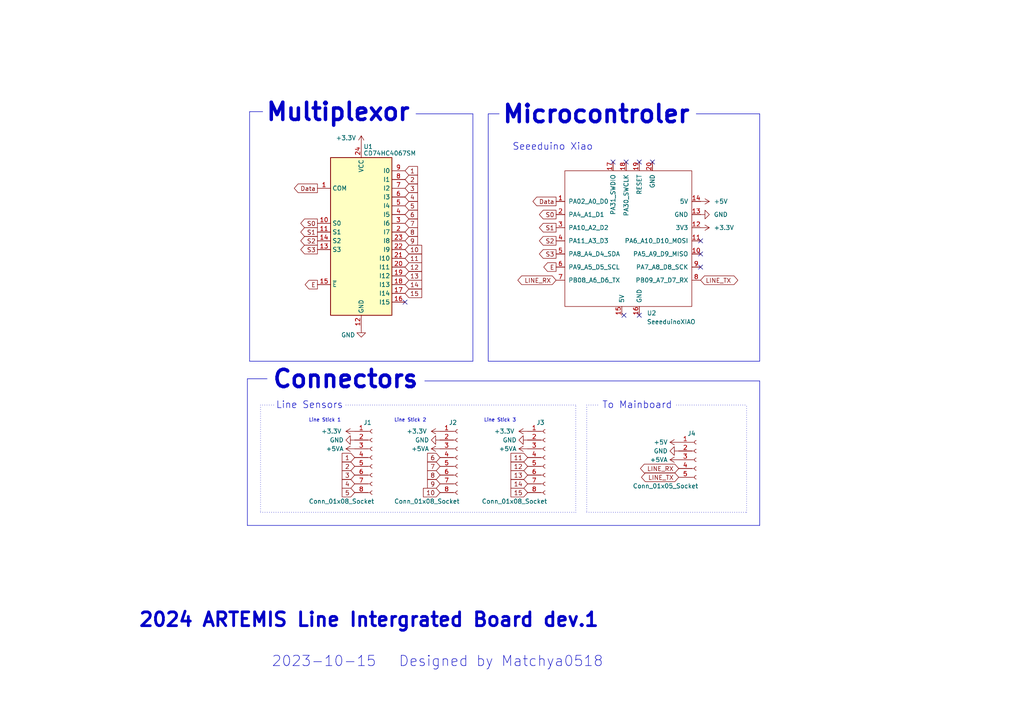
<source format=kicad_sch>
(kicad_sch (version 20230121) (generator eeschema)
  (paper "A4")
  (lib_symbols
    (symbol "74xx:CD74HC4067SM"
      (property "Reference" "U" (at -8.89 22.86 0))
      (property "Value" "CD74HC4067SM" (at 1.27 22.86 0))
      (symbol "CD74HC4067SM_0_1"
        (rectangle (start -8.89 21.59) (end 8.89 -24.13) (stroke (width 0.254)) (fill (type background)))
      )
      (symbol "CD74HC4067SM_1_1"
        (pin passive line (at -12.7 12.7 0) (length 3.81) (name "COM") (number "1"))
        (pin input line (at -12.7 2.54 0) (length 3.81) (name "S0") (number "10"))
        (pin input line (at -12.7 0 0) (length 3.81) (name "S1") (number "11"))
        (pin power_in line (at 0 -27.94 90) (length 3.81) (name "GND") (number "12"))
        (pin input line (at -12.7 -5.08 0) (length 3.81) (name "S3") (number "13"))
        (pin input line (at -12.7 -2.54 0) (length 3.81) (name "S2") (number "14"))
        (pin input line (at -12.7 -15.24 0) (length 3.81) (name "~{E}") (number "15"))
        (pin passive line (at 12.7 -20.32 180) (length 3.81) (name "I15") (number "16"))
        (pin passive line (at 12.7 -17.78 180) (length 3.81) (name "I14") (number "17"))
        (pin passive line (at 12.7 -15.24 180) (length 3.81) (name "I13") (number "18"))
        (pin passive line (at 12.7 -12.7 180) (length 3.81) (name "I12") (number "19"))
        (pin passive line (at 12.7 0 180) (length 3.81) (name "I7") (number "2"))
        (pin passive line (at 12.7 -10.16 180) (length 3.81) (name "I11") (number "20"))
        (pin passive line (at 12.7 -7.62 180) (length 3.81) (name "I10") (number "21"))
        (pin passive line (at 12.7 -5.08 180) (length 3.81) (name "I9") (number "22"))
        (pin passive line (at 12.7 -2.54 180) (length 3.81) (name "I8") (number "23"))
        (pin power_in line (at 0 25.4 270) (length 3.81) (name "VCC") (number "24"))
        (pin passive line (at 12.7 2.54 180) (length 3.81) (name "I6") (number "3"))
        (pin passive line (at 12.7 5.08 180) (length 3.81) (name "I5") (number "4"))
        (pin passive line (at 12.7 7.62 180) (length 3.81) (name "I4") (number "5"))
        (pin passive line (at 12.7 10.16 180) (length 3.81) (name "I3") (number "6"))
        (pin passive line (at 12.7 12.7 180) (length 3.81) (name "I2") (number "7"))
        (pin passive line (at 12.7 15.24 180) (length 3.81) (name "I1") (number "8"))
        (pin passive line (at 12.7 17.78 180) (length 3.81) (name "I0") (number "9"))
      )
    )
    (symbol "Connector:Conn_01x05_Socket" (pin_names (offset 1.016) hide)
      (property "Reference" "J" (at 0 7.62 0))
      (property "Value" "Conn_01x05_Socket" (at 0 -7.62 0))
      (symbol "Conn_01x05_Socket_1_1"
        (arc (start 0 -4.572) (mid -0.5058 -5.08) (end 0 -5.588) (stroke (width 0.1524)))
        (arc (start 0 -2.032) (mid -0.5058 -2.54) (end 0 -3.048) (stroke (width 0.1524)))
        (polyline (pts (xy -1.27 -5.08) (xy -0.508 -5.08)) (stroke (width 0.1524)))
        (polyline (pts (xy -1.27 -2.54) (xy -0.508 -2.54)) (stroke (width 0.1524)))
        (polyline (pts (xy -1.27 0) (xy -0.508 0)) (stroke (width 0.1524)))
        (polyline (pts (xy -1.27 2.54) (xy -0.508 2.54)) (stroke (width 0.1524)))
        (polyline (pts (xy -1.27 5.08) (xy -0.508 5.08)) (stroke (width 0.1524)))
        (arc (start 0 0.508) (mid -0.5058 0) (end 0 -0.508) (stroke (width 0.1524)))
        (arc (start 0 3.048) (mid -0.5058 2.54) (end 0 2.032) (stroke (width 0.1524)))
        (arc (start 0 5.588) (mid -0.5058 5.08) (end 0 4.572) (stroke (width 0.1524)))
        (pin passive line (at -5.08 5.08 0) (length 3.81) (name "Pin_1") (number "1"))
        (pin passive line (at -5.08 2.54 0) (length 3.81) (name "Pin_2") (number "2"))
        (pin passive line (at -5.08 0 0) (length 3.81) (name "Pin_3") (number "3"))
        (pin passive line (at -5.08 -2.54 0) (length 3.81) (name "Pin_4") (number "4"))
        (pin passive line (at -5.08 -5.08 0) (length 3.81) (name "Pin_5") (number "5"))
      )
    )
    (symbol "Connector:Conn_01x08_Socket" (pin_names (offset 1.016) hide)
      (property "Reference" "J" (at 0 10.16 0))
      (property "Value" "Conn_01x08_Socket" (at 0 -12.7 0))
      (symbol "Conn_01x08_Socket_1_1"
        (arc (start 0 -9.652) (mid -0.5058 -10.16) (end 0 -10.668) (stroke (width 0.1524)))
        (arc (start 0 -7.112) (mid -0.5058 -7.62) (end 0 -8.128) (stroke (width 0.1524)))
        (arc (start 0 -4.572) (mid -0.5058 -5.08) (end 0 -5.588) (stroke (width 0.1524)))
        (arc (start 0 -2.032) (mid -0.5058 -2.54) (end 0 -3.048) (stroke (width 0.1524)))
        (polyline (pts (xy -1.27 -10.16) (xy -0.508 -10.16)) (stroke (width 0.1524)))
        (polyline (pts (xy -1.27 -7.62) (xy -0.508 -7.62)) (stroke (width 0.1524)))
        (polyline (pts (xy -1.27 -5.08) (xy -0.508 -5.08)) (stroke (width 0.1524)))
        (polyline (pts (xy -1.27 -2.54) (xy -0.508 -2.54)) (stroke (width 0.1524)))
        (polyline (pts (xy -1.27 0) (xy -0.508 0)) (stroke (width 0.1524)))
        (polyline (pts (xy -1.27 2.54) (xy -0.508 2.54)) (stroke (width 0.1524)))
        (polyline (pts (xy -1.27 5.08) (xy -0.508 5.08)) (stroke (width 0.1524)))
        (polyline (pts (xy -1.27 7.62) (xy -0.508 7.62)) (stroke (width 0.1524)))
        (arc (start 0 0.508) (mid -0.5058 0) (end 0 -0.508) (stroke (width 0.1524)))
        (arc (start 0 3.048) (mid -0.5058 2.54) (end 0 2.032) (stroke (width 0.1524)))
        (arc (start 0 5.588) (mid -0.5058 5.08) (end 0 4.572) (stroke (width 0.1524)))
        (arc (start 0 8.128) (mid -0.5058 7.62) (end 0 7.112) (stroke (width 0.1524)))
        (pin passive line (at -5.08 7.62 0) (length 3.81) (name "Pin_1") (number "1"))
        (pin passive line (at -5.08 5.08 0) (length 3.81) (name "Pin_2") (number "2"))
        (pin passive line (at -5.08 2.54 0) (length 3.81) (name "Pin_3") (number "3"))
        (pin passive line (at -5.08 0 0) (length 3.81) (name "Pin_4") (number "4"))
        (pin passive line (at -5.08 -2.54 0) (length 3.81) (name "Pin_5") (number "5"))
        (pin passive line (at -5.08 -5.08 0) (length 3.81) (name "Pin_6") (number "6"))
        (pin passive line (at -5.08 -7.62 0) (length 3.81) (name "Pin_7") (number "7"))
        (pin passive line (at -5.08 -10.16 0) (length 3.81) (name "Pin_8") (number "8"))
      )
    )
    (symbol "Seeeduino XIAO:SeeeduinoXIAO" (pin_names (offset 1.016))
      (property "Reference" "U" (at -19.05 22.86 0))
      (property "Value" "SeeeduinoXIAO" (at -12.7 21.59 0))
      (symbol "SeeeduinoXIAO_0_1"
        (rectangle (start -19.05 20.32) (end 17.78 -19.05))
      )
      (symbol "SeeeduinoXIAO_1_1"
        (pin unspecified line (at -21.59 11.43 0) (length 2.54) (name "PA02_A0_D0") (number "1"))
        (pin unspecified line (at 20.32 -3.81 180) (length 2.54) (name "PA5_A9_D9_MISO") (number "10"))
        (pin unspecified line (at 20.32 0 180) (length 2.54) (name "PA6_A10_D10_MOSI") (number "11"))
        (pin unspecified line (at 20.32 3.81 180) (length 2.54) (name "3V3") (number "12"))
        (pin unspecified line (at 20.32 7.62 180) (length 2.54) (name "GND") (number "13"))
        (pin unspecified line (at 20.32 11.43 180) (length 2.54) (name "5V") (number "14"))
        (pin input line (at -2.54 -21.59 90) (length 2.54) (name "5V") (number "15"))
        (pin input line (at 2.54 -21.59 90) (length 2.54) (name "GND") (number "16"))
        (pin input line (at -5.08 22.86 270) (length 2.54) (name "PA31_SWDIO") (number "17"))
        (pin input line (at -1.27 22.86 270) (length 2.54) (name "PA30_SWCLK") (number "18"))
        (pin input line (at 2.54 22.86 270) (length 2.54) (name "RESET") (number "19"))
        (pin unspecified line (at -21.59 7.62 0) (length 2.54) (name "PA4_A1_D1") (number "2"))
        (pin input line (at 6.35 22.86 270) (length 2.54) (name "GND") (number "20"))
        (pin unspecified line (at -21.59 3.81 0) (length 2.54) (name "PA10_A2_D2") (number "3"))
        (pin unspecified line (at -21.59 0 0) (length 2.54) (name "PA11_A3_D3") (number "4"))
        (pin unspecified line (at -21.59 -3.81 0) (length 2.54) (name "PA8_A4_D4_SDA") (number "5"))
        (pin unspecified line (at -21.59 -7.62 0) (length 2.54) (name "PA9_A5_D5_SCL") (number "6"))
        (pin unspecified line (at -21.59 -11.43 0) (length 2.54) (name "PB08_A6_D6_TX") (number "7"))
        (pin unspecified line (at 20.32 -11.43 180) (length 2.54) (name "PB09_A7_D7_RX") (number "8"))
        (pin unspecified line (at 20.32 -7.62 180) (length 2.54) (name "PA7_A8_D8_SCK") (number "9"))
      )
    )
    (symbol "power:+3.3V" (power) (pin_names (offset 0))
      (property "Value" "+3.3V" (at 0 3.556 0))
      (symbol "+3.3V_0_1"
        (polyline (pts (xy -0.762 1.27) (xy 0 2.54)))
        (polyline (pts (xy 0 0) (xy 0 2.54)))
        (polyline (pts (xy 0 2.54) (xy 0.762 1.27)))
      )
      (symbol "+3.3V_1_1"
        (pin power_in line (at 0 0 90) (length 0) hide (name "+3.3V") (number "1"))
      )
    )
    (symbol "power:+5V" (power) (pin_names (offset 0))
      (property "Value" "+5V" (at 0 3.556 0))
      (symbol "+5V_0_1"
        (polyline (pts (xy -0.762 1.27) (xy 0 2.54)))
        (polyline (pts (xy 0 0) (xy 0 2.54)))
        (polyline (pts (xy 0 2.54) (xy 0.762 1.27)))
      )
      (symbol "+5V_1_1"
        (pin power_in line (at 0 0 90) (length 0) hide (name "+5V") (number "1"))
      )
    )
    (symbol "power:+5VA" (power) (pin_names (offset 0))
      (property "Value" "+5VA" (at 0 3.556 0))
      (symbol "+5VA_0_1"
        (polyline (pts (xy -0.762 1.27) (xy 0 2.54)))
        (polyline (pts (xy 0 0) (xy 0 2.54)))
        (polyline (pts (xy 0 2.54) (xy 0.762 1.27)))
      )
      (symbol "+5VA_1_1"
        (pin power_in line (at 0 0 90) (length 0) hide (name "+5VA") (number "1"))
      )
    )
    (symbol "power:GND" (power) (pin_names (offset 0))
      (property "Value" "GND" (at 0 -3.81 0))
      (symbol "GND_0_1"
        (polyline (pts (xy 0 0) (xy 0 -1.27) (xy 1.27 -1.27) (xy 0 -2.54) (xy -1.27 -1.27) (xy 0 -1.27)))
      )
      (symbol "GND_1_1"
        (pin power_in line (at 0 0 270) (length 0) hide (name "GND") (number "1"))
      )
    )
  )
  (no_connect (at 185.42 46.99))
  (no_connect (at 181.61 46.99))
  (no_connect (at 177.8 46.99))
  (no_connect (at 189.23 46.99))
  (no_connect (at 117.475 87.63))
  (no_connect (at 180.975 91.44))
  (no_connect (at 203.2 69.85))
  (no_connect (at 203.2 73.66))
  (no_connect (at 185.42 91.44))
  (no_connect (at 203.2 77.47))
  (polyline (pts (xy 196.215 117.475) (xy 216.535 117.475)) (stroke (width 0) (type dot)))
  (polyline (pts (xy 100.33 117.475) (xy 167.005 117.475)) (stroke (width 0) (type dot)))
  (polyline (pts (xy 72.39 32.385) (xy 72.39 104.775)))
  (polyline (pts (xy 72.39 104.775) (xy 137.16 104.775)))
  (polyline (pts (xy 170.18 117.475) (xy 170.18 148.59)) (stroke (width 0) (type dot)))
  (polyline (pts (xy 120.65 33.02) (xy 137.16 33.02)))
  (polyline (pts (xy 220.345 104.775) (xy 220.345 33.02)))
  (polyline (pts (xy 76.2 32.385) (xy 72.39 32.385)))
  (polyline (pts (xy 137.16 104.775) (xy 137.16 33.02)))
  (polyline (pts (xy 75.565 148.59) (xy 167.005 148.59)) (stroke (width 0) (type dot)))
  (polyline (pts (xy 167.005 148.59) (xy 167.005 117.475)) (stroke (width 0) (type dot)))
  (polyline (pts (xy 79.375 117.475) (xy 75.565 117.475)) (stroke (width 0) (type dot)))
  (polyline (pts (xy 75.565 117.475) (xy 75.565 148.59)) (stroke (width 0) (type dot)))
  (polyline (pts (xy 77.47 109.855) (xy 71.755 109.855)))
  (polyline (pts (xy 141.605 33.02) (xy 141.605 104.775)))
  (polyline (pts (xy 144.78 33.02) (xy 141.605 33.02)))
  (polyline (pts (xy 201.93 33.02) (xy 220.345 33.02)))
  (polyline (pts (xy 170.18 148.59) (xy 216.535 148.59)) (stroke (width 0) (type dot)))
  (polyline (pts (xy 71.755 152.4) (xy 220.345 152.4)))
  (polyline (pts (xy 173.355 117.475) (xy 170.18 117.475)) (stroke (width 0) (type dot)))
  (polyline (pts (xy 220.345 152.4) (xy 220.345 110.49)))
  (polyline (pts (xy 123.19 110.49) (xy 220.345 110.49)))
  (polyline (pts (xy 71.755 109.855) (xy 71.755 152.4)))
  (polyline (pts (xy 141.605 104.775) (xy 220.345 104.775)))
  (polyline (pts (xy 216.535 148.59) (xy 216.535 117.475)) (stroke (width 0) (type dot)))
  (text "Microcontroler" (at 145.415 36.195 0) (effects (font (size 5 5) (thickness 1) bold) (justify left bottom)))
  (text "Multiplexor" (at 76.835 35.56 0) (effects (font (size 5 5) bold) (justify left bottom)))
  (text "Designed by Matchya0518" (at 115.57 193.675 0) (effects (font (size 3 3)) (justify left bottom)))
  (text "Connectors" (at 78.74 113.03 0) (effects (font (size 5 5) bold) (justify left bottom)))
  (text "2024 ARTEMIS Line Intergrated Board dev.1" (at 40.005 182.245 0) (effects (font (size 4 4) (thickness 0.8) bold) (justify left bottom)))
  (text "Line Sensors" (at 80.01 118.745 0) (effects (font (size 2 2)) (justify left bottom)))
  (text "To Mainboard" (at 174.625 118.745 0) (effects (font (size 2 2)) (justify left bottom)))
  (text "Seeeduino Xiao" (at 148.59 43.815 0) (effects (font (size 2 2)) (justify left bottom)))
  (text "Line Stick 3" (at 140.335 122.555 0) (effects (font (size 1 1)) (justify left bottom)))
  (text "Line Stick 2" (at 114.3 122.555 0) (effects (font (size 1 1)) (justify left bottom)))
  (text "Line Stick 1" (at 89.535 122.555 0) (effects (font (size 1 1)) (justify left bottom)))
  (text "2023-10-15" (at 78.74 193.675 0) (effects (font (size 3 3)) (justify left bottom)))
  (global_label "5" (shape input) (at 117.475 59.69 0) (property "Intersheetrefs" "${INTERSHEET_REFS}" (effects hide)))
  (global_label "S3" (shape output) (at 92.075 72.39 180) (property "Intersheetrefs" "${INTERSHEET_REFS}" (effects hide)))
  (global_label "11" (shape input) (at 117.475 74.93 0) (property "Intersheetrefs" "${INTERSHEET_REFS}" (effects hide)))
  (global_label "13" (shape input) (at 117.475 80.01 0) (property "Intersheetrefs" "${INTERSHEET_REFS}" (effects hide)))
  (global_label "6" (shape input) (at 117.475 62.23 0) (property "Intersheetrefs" "${INTERSHEET_REFS}" (effects hide)))
  (global_label "S0" (shape output) (at 92.075 64.77 180) (property "Intersheetrefs" "${INTERSHEET_REFS}" (effects hide)))
  (global_label "4" (shape input) (at 102.87 140.335 180) (property "Intersheetrefs" "${INTERSHEET_REFS}" (effects hide)))
  (global_label "7" (shape input) (at 127.635 135.255 180) (property "Intersheetrefs" "${INTERSHEET_REFS}" (effects hide)))
  (global_label "S2" (shape output) (at 161.29 69.85 180) (property "Intersheetrefs" "${INTERSHEET_REFS}" (effects hide)))
  (global_label "3" (shape input) (at 102.87 137.795 180) (property "Intersheetrefs" "${INTERSHEET_REFS}" (effects hide)))
  (global_label "S0" (shape output) (at 161.29 62.23 180) (property "Intersheetrefs" "${INTERSHEET_REFS}" (effects hide)))
  (global_label "E" (shape output) (at 161.29 77.47 180) (property "Intersheetrefs" "${INTERSHEET_REFS}" (effects hide)))
  (global_label "Data" (shape output) (at 92.075 54.61 180) (property "Intersheetrefs" "${INTERSHEET_REFS}" (effects hide)))
  (global_label "2" (shape input) (at 102.87 135.255 180) (property "Intersheetrefs" "${INTERSHEET_REFS}" (effects hide)))
  (global_label "9" (shape input) (at 127.635 140.335 180) (property "Intersheetrefs" "${INTERSHEET_REFS}" (effects hide)))
  (global_label "LINE_TX" (shape bidirectional) (at 196.85 138.43 180) (property "Intersheetrefs" "${INTERSHEET_REFS}" (effects hide)))
  (global_label "10" (shape input) (at 117.475 72.39 0) (property "Intersheetrefs" "${INTERSHEET_REFS}" (effects hide)))
  (global_label "1" (shape input) (at 117.475 49.53 0) (property "Intersheetrefs" "${INTERSHEET_REFS}" (effects hide)))
  (global_label "12" (shape input) (at 117.475 77.47 0) (property "Intersheetrefs" "${INTERSHEET_REFS}" (effects hide)))
  (global_label "7" (shape input) (at 117.475 64.77 0) (property "Intersheetrefs" "${INTERSHEET_REFS}" (effects hide)))
  (global_label "S1" (shape output) (at 92.075 67.31 180) (property "Intersheetrefs" "${INTERSHEET_REFS}" (effects hide)))
  (global_label "14" (shape input) (at 117.475 82.55 0) (property "Intersheetrefs" "${INTERSHEET_REFS}" (effects hide)))
  (global_label "2" (shape input) (at 117.475 52.07 0) (property "Intersheetrefs" "${INTERSHEET_REFS}" (effects hide)))
  (global_label "S3" (shape output) (at 161.29 73.66 180) (property "Intersheetrefs" "${INTERSHEET_REFS}" (effects hide)))
  (global_label "3" (shape input) (at 117.475 54.61 0) (property "Intersheetrefs" "${INTERSHEET_REFS}" (effects hide)))
  (global_label "Data" (shape output) (at 161.29 58.42 180) (property "Intersheetrefs" "${INTERSHEET_REFS}" (effects hide)))
  (global_label "9" (shape input) (at 117.475 69.85 0) (property "Intersheetrefs" "${INTERSHEET_REFS}" (effects hide)))
  (global_label "S2" (shape output) (at 92.075 69.85 180) (property "Intersheetrefs" "${INTERSHEET_REFS}" (effects hide)))
  (global_label "8" (shape input) (at 127.635 137.795 180) (property "Intersheetrefs" "${INTERSHEET_REFS}" (effects hide)))
  (global_label "13" (shape input) (at 153.035 137.795 180) (property "Intersheetrefs" "${INTERSHEET_REFS}" (effects hide)))
  (global_label "4" (shape input) (at 117.475 57.15 0) (property "Intersheetrefs" "${INTERSHEET_REFS}" (effects hide)))
  (global_label "S1" (shape output) (at 161.29 66.04 180) (property "Intersheetrefs" "${INTERSHEET_REFS}" (effects hide)))
  (global_label "6" (shape input) (at 127.635 132.715 180) (property "Intersheetrefs" "${INTERSHEET_REFS}" (effects hide)))
  (global_label "E" (shape output) (at 92.075 82.55 180) (property "Intersheetrefs" "${INTERSHEET_REFS}" (effects hide)))
  (global_label "12" (shape input) (at 153.035 135.255 180) (property "Intersheetrefs" "${INTERSHEET_REFS}" (effects hide)))
  (global_label "10" (shape input) (at 127.635 142.875 180) (property "Intersheetrefs" "${INTERSHEET_REFS}" (effects hide)))
  (global_label "14" (shape input) (at 153.035 140.335 180) (property "Intersheetrefs" "${INTERSHEET_REFS}" (effects hide)))
  (global_label "1" (shape input) (at 102.87 132.715 180) (property "Intersheetrefs" "${INTERSHEET_REFS}" (effects hide)))
  (global_label "LINE_TX" (shape bidirectional) (at 203.2 81.28 0) (property "Intersheetrefs" "${INTERSHEET_REFS}" (effects hide)))
  (global_label "LINE_RX" (shape bidirectional) (at 161.29 81.28 180) (property "Intersheetrefs" "${INTERSHEET_REFS}" (effects hide)))
  (global_label "8" (shape input) (at 117.475 67.31 0) (property "Intersheetrefs" "${INTERSHEET_REFS}" (effects hide)))
  (global_label "5" (shape input) (at 102.87 142.875 180) (property "Intersheetrefs" "${INTERSHEET_REFS}" (effects hide)))
  (global_label "15" (shape input) (at 153.035 142.875 180) (property "Intersheetrefs" "${INTERSHEET_REFS}" (effects hide)))
  (global_label "LINE_RX" (shape bidirectional) (at 196.85 135.89 180) (property "Intersheetrefs" "${INTERSHEET_REFS}" (effects hide)))
  (global_label "15" (shape input) (at 117.475 85.09 0) (property "Intersheetrefs" "${INTERSHEET_REFS}" (effects hide)))
  (global_label "11" (shape input) (at 153.035 132.715 180) (property "Intersheetrefs" "${INTERSHEET_REFS}" (effects hide)))
  (symbol (lib_id "power:+5VA") (at 127.635 130.175 90) (unit 1)
    (property "Reference" "#PWR016" (effects hide))
    (property "Value" "+5VA" (at 124.46 130.175 90) (effects (justify left)))
  )
  (symbol (lib_id "power:GND") (at 196.85 130.81 270) (unit 1)
    (property "Reference" "#PWR08" (effects hide))
    (property "Value" "GND" (at 193.675 130.81 90) (effects (justify right)))
  )
  (symbol (lib_id "power:+3.3V") (at 104.775 41.91 0) (unit 1)
    (property "Reference" "#PWR05" (effects hide))
    (property "Value" "+3.3V" (at 100.33 40.005 0))
  )
  (symbol (lib_id "power:GND") (at 104.775 95.25 0) (unit 1)
    (property "Reference" "#PWR04" (effects hide))
    (property "Value" "GND" (at 100.965 97.155 0))
  )
  (symbol (lib_id "power:+5VA") (at 153.035 130.175 90) (unit 1)
    (property "Reference" "#PWR015" (effects hide))
    (property "Value" "+5VA" (at 149.86 130.175 90) (effects (justify left)))
  )
  (symbol (lib_id "power:+5V") (at 196.85 128.27 90) (unit 1)
    (property "Reference" "#PWR09" (effects hide))
    (property "Value" "+5V" (at 193.675 128.27 90) (effects (justify left)))
  )
  (symbol (lib_id "74xx:CD74HC4067SM") (at 104.775 67.31 0) (unit 1)
    (property "Reference" "U1" (at 105.41 42.545 0) (effects (justify left)))
    (property "Value" "CD74HC4067SM" (at 105.41 44.45 0) (effects (justify left)))
    (property "Footprint" "Package_SO:SSOP-24_5.3x8.2mm_P0.65mm" (effects hide))
    (property "Datasheet" "http://www.ti.com/lit/ds/symlink/cd74hc4067.pdf" (effects hide))
    (property "LCSC" "C98457" (effects hide))
  )
  (symbol (lib_id "Seeeduino XIAO:SeeeduinoXIAO") (at 182.88 69.85 0) (unit 1)
    (property "Reference" "U2" (at 187.6141 90.805 0) (effects (justify left)))
    (property "Value" "SeeeduinoXIAO" (at 187.6141 93.345 0) (effects (justify left)))
    (property "Footprint" "Seeeduino_Xiao:Seeeduino XIAO-MOUDLE14P-2.54-21X17.8MM" (effects hide))
  )
  (symbol (lib_id "power:+3.3V") (at 127.635 125.095 90) (unit 1)
    (property "Reference" "#PWR010" (effects hide))
    (property "Value" "+3.3V" (at 123.825 125.095 90) (effects (justify left)))
  )
  (symbol (lib_id "Connector:Conn_01x08_Socket") (at 107.95 132.715 0) (unit 1)
    (property "Reference" "J1" (at 105.41 122.555 0) (effects (justify left)))
    (property "Value" "Conn_01x08_Socket" (at 89.535 145.415 0) (effects (justify left)))
    (property "Footprint" "Connector_PinHeader_1.27mm:PinHeader_1x08_P1.27mm_Vertical" (effects hide))
  )
  (symbol (lib_id "power:GND") (at 127.635 127.635 270) (unit 1)
    (property "Reference" "#PWR013" (effects hide))
    (property "Value" "GND" (at 124.46 127.635 90) (effects (justify right)))
  )
  (symbol (lib_id "power:+3.3V") (at 102.87 125.095 90) (unit 1)
    (property "Reference" "#PWR011" (effects hide))
    (property "Value" "+3.3V" (at 99.06 125.095 90) (effects (justify left)))
  )
  (symbol (lib_id "power:+5VA") (at 196.85 133.35 90) (unit 1)
    (property "Reference" "#PWR07" (effects hide))
    (property "Value" "+5VA" (at 193.675 133.35 90) (effects (justify left)))
  )
  (symbol (lib_id "power:+5VA") (at 102.87 130.175 90) (unit 1)
    (property "Reference" "#PWR017" (effects hide))
    (property "Value" "+5VA" (at 99.695 130.175 90) (effects (justify left)))
  )
  (symbol (lib_id "Connector:Conn_01x08_Socket") (at 132.715 132.715 0) (unit 1)
    (property "Reference" "J2" (at 130.175 122.555 0) (effects (justify left)))
    (property "Value" "Conn_01x08_Socket" (at 114.3 145.415 0) (effects (justify left)))
    (property "Footprint" "Connector_PinHeader_1.27mm:PinHeader_1x08_P1.27mm_Vertical" (effects hide))
  )
  (symbol (lib_id "power:+5V") (at 203.2 58.42 270) (unit 1)
    (property "Reference" "#PWR01" (effects hide))
    (property "Value" "+5V" (at 207.01 58.42 90) (effects (justify left)))
  )
  (symbol (lib_id "power:+3.3V") (at 203.2 66.04 270) (unit 1)
    (property "Reference" "#PWR03" (effects hide))
    (property "Value" "+3.3V" (at 207.01 66.04 90) (effects (justify left)))
  )
  (symbol (lib_id "power:GND") (at 153.035 127.635 270) (unit 1)
    (property "Reference" "#PWR012" (effects hide))
    (property "Value" "GND" (at 149.86 127.635 90) (effects (justify right)))
  )
  (symbol (lib_id "power:GND") (at 102.87 127.635 270) (unit 1)
    (property "Reference" "#PWR014" (effects hide))
    (property "Value" "GND" (at 99.695 127.635 90) (effects (justify right)))
  )
  (symbol (lib_id "power:+3.3V") (at 153.035 125.095 90) (unit 1)
    (property "Reference" "#PWR06" (effects hide))
    (property "Value" "+3.3V" (at 149.225 125.095 90) (effects (justify left)))
  )
  (symbol (lib_id "Connector:Conn_01x08_Socket") (at 158.115 132.715 0) (unit 1)
    (property "Reference" "J3" (at 155.575 122.555 0) (effects (justify left)))
    (property "Value" "Conn_01x08_Socket" (at 139.7 145.415 0) (effects (justify left)))
    (property "Footprint" "Connector_PinHeader_1.27mm:PinHeader_1x08_P1.27mm_Vertical" (effects hide))
  )
  (symbol (lib_id "Connector:Conn_01x05_Socket") (at 201.93 133.35 0) (unit 1)
    (property "Reference" "J4" (at 199.39 125.73 0) (effects (justify left)))
    (property "Value" "Conn_01x05_Socket" (at 183.515 140.97 0) (effects (justify left)))
    (property "Footprint" "Connector_PinHeader_1.27mm:PinHeader_1x05_P1.27mm_Vertical" (effects hide))
  )
  (symbol (lib_id "power:GND") (at 203.2 62.23 90) (unit 1)
    (property "Reference" "#PWR02" (effects hide))
    (property "Value" "GND" (at 207.01 62.23 90) (effects (justify right)))
  )
)
</source>
